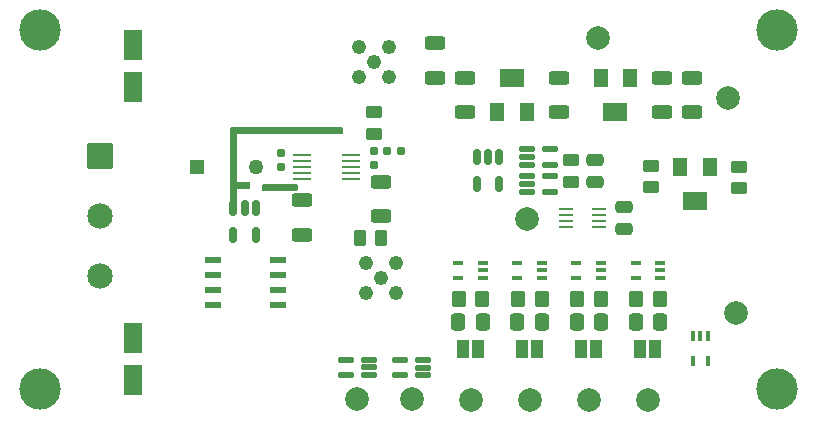
<source format=gts>
G04 #@! TF.GenerationSoftware,KiCad,Pcbnew,8.0.2-8.0.2-0~ubuntu22.04.1*
G04 #@! TF.CreationDate,2024-06-03T16:53:03-05:00*
G04 #@! TF.ProjectId,peak-holder,7065616b-2d68-46f6-9c64-65722e6b6963,rev?*
G04 #@! TF.SameCoordinates,Original*
G04 #@! TF.FileFunction,Soldermask,Top*
G04 #@! TF.FilePolarity,Negative*
%FSLAX46Y46*%
G04 Gerber Fmt 4.6, Leading zero omitted, Abs format (unit mm)*
G04 Created by KiCad (PCBNEW 8.0.2-8.0.2-0~ubuntu22.04.1) date 2024-06-03 16:53:03*
%MOMM*%
%LPD*%
G01*
G04 APERTURE LIST*
G04 Aperture macros list*
%AMRoundRect*
0 Rectangle with rounded corners*
0 $1 Rounding radius*
0 $2 $3 $4 $5 $6 $7 $8 $9 X,Y pos of 4 corners*
0 Add a 4 corners polygon primitive as box body*
4,1,4,$2,$3,$4,$5,$6,$7,$8,$9,$2,$3,0*
0 Add four circle primitives for the rounded corners*
1,1,$1+$1,$2,$3*
1,1,$1+$1,$4,$5*
1,1,$1+$1,$6,$7*
1,1,$1+$1,$8,$9*
0 Add four rect primitives between the rounded corners*
20,1,$1+$1,$2,$3,$4,$5,0*
20,1,$1+$1,$4,$5,$6,$7,0*
20,1,$1+$1,$6,$7,$8,$9,0*
20,1,$1+$1,$8,$9,$2,$3,0*%
G04 Aperture macros list end*
%ADD10RoundRect,0.102000X0.558800X0.177800X-0.558800X0.177800X-0.558800X-0.177800X0.558800X-0.177800X0*%
%ADD11RoundRect,0.102000X-0.558800X-0.177800X0.558800X-0.177800X0.558800X0.177800X-0.558800X0.177800X0*%
%ADD12R,0.355600X0.833300*%
%ADD13RoundRect,0.250000X-0.625000X0.312500X-0.625000X-0.312500X0.625000X-0.312500X0.625000X0.312500X0*%
%ADD14RoundRect,0.250000X-0.337500X-0.475000X0.337500X-0.475000X0.337500X0.475000X-0.337500X0.475000X0*%
%ADD15RoundRect,0.160000X-0.160000X0.197500X-0.160000X-0.197500X0.160000X-0.197500X0.160000X0.197500X0*%
%ADD16R,1.574800X0.279400*%
%ADD17C,3.500000*%
%ADD18RoundRect,0.250000X-0.350000X-0.450000X0.350000X-0.450000X0.350000X0.450000X-0.350000X0.450000X0*%
%ADD19C,2.000000*%
%ADD20RoundRect,0.250000X-0.550000X1.050000X-0.550000X-1.050000X0.550000X-1.050000X0.550000X1.050000X0*%
%ADD21RoundRect,0.102000X-0.975000X0.975000X-0.975000X-0.975000X0.975000X-0.975000X0.975000X0.975000X0*%
%ADD22C,2.154000*%
%ADD23R,0.833300X0.355600*%
%ADD24R,1.460500X0.533400*%
%ADD25RoundRect,0.250000X0.625000X-0.312500X0.625000X0.312500X-0.625000X0.312500X-0.625000X-0.312500X0*%
%ADD26RoundRect,0.250000X0.475000X-0.250000X0.475000X0.250000X-0.475000X0.250000X-0.475000X-0.250000X0*%
%ADD27R,1.000000X1.500000*%
%ADD28RoundRect,0.150000X-0.150000X0.512500X-0.150000X-0.512500X0.150000X-0.512500X0.150000X0.512500X0*%
%ADD29RoundRect,0.250000X-0.262500X-0.450000X0.262500X-0.450000X0.262500X0.450000X-0.262500X0.450000X0*%
%ADD30R,1.300000X1.600000*%
%ADD31R,2.000000X1.600000*%
%ADD32C,1.240000*%
%ADD33RoundRect,0.160000X0.197500X0.160000X-0.197500X0.160000X-0.197500X-0.160000X0.197500X-0.160000X0*%
%ADD34RoundRect,0.250000X0.450000X-0.262500X0.450000X0.262500X-0.450000X0.262500X-0.450000X-0.262500X0*%
%ADD35R,1.270000X1.270000*%
%ADD36C,1.270000*%
%ADD37R,1.168400X0.254000*%
G04 APERTURE END LIST*
D10*
X84615200Y-67981200D03*
X84615200Y-67320800D03*
X84615200Y-66660400D03*
X82684800Y-66660400D03*
X82684800Y-67981200D03*
D11*
X98018750Y-48865400D03*
X98018750Y-49525800D03*
X98018750Y-50186200D03*
X99949150Y-50186200D03*
X99949150Y-48865400D03*
D12*
X113349999Y-64711051D03*
X112700000Y-64711051D03*
X112050001Y-64711051D03*
X112050001Y-66788949D03*
X113349999Y-66788949D03*
D13*
X109480000Y-42797501D03*
X109480000Y-45722501D03*
D14*
X97212500Y-63500000D03*
X99287500Y-63500000D03*
D15*
X85060000Y-49022501D03*
X85060000Y-50217501D03*
D16*
X78964500Y-49370000D03*
X78964500Y-49870002D03*
X78964500Y-50370001D03*
X78964500Y-50870000D03*
X78964500Y-51370002D03*
X83155500Y-51370002D03*
X83155500Y-50870000D03*
X83155500Y-50370001D03*
X83155500Y-49870002D03*
X83155500Y-49370000D03*
D17*
X56800000Y-38800000D03*
D18*
X107250000Y-61500000D03*
X109250000Y-61500000D03*
D15*
X77165600Y-49175001D03*
X77165600Y-50370001D03*
D19*
X108250000Y-70100000D03*
D20*
X64700000Y-40000000D03*
X64700000Y-43600000D03*
D21*
X61900000Y-49420000D03*
D22*
X61900000Y-54500000D03*
X61900000Y-59580000D03*
D11*
X98018750Y-51116700D03*
X98018750Y-51777100D03*
X98018750Y-52437500D03*
X99949150Y-52437500D03*
X99949150Y-51116700D03*
D23*
X104288949Y-59750000D03*
X104288949Y-59100001D03*
X104288949Y-58450002D03*
X102211051Y-58450002D03*
X102211051Y-59750000D03*
D24*
X76921650Y-62025001D03*
X76921650Y-60755001D03*
X76921650Y-59485001D03*
X76921650Y-58215001D03*
X71473350Y-58215001D03*
X71473350Y-59485001D03*
X71473350Y-60755001D03*
X71473350Y-62025001D03*
D25*
X92750000Y-45737501D03*
X92750000Y-42812501D03*
D26*
X106197149Y-55637500D03*
X106197149Y-53737500D03*
D23*
X99288949Y-59750000D03*
X99288949Y-59100001D03*
X99288949Y-58450002D03*
X97211051Y-58450002D03*
X97211051Y-59750000D03*
D13*
X90250000Y-39887501D03*
X90250000Y-42812501D03*
D27*
X98900000Y-65750000D03*
X97600000Y-65750000D03*
D19*
X98000000Y-54750000D03*
D28*
X75060000Y-53845001D03*
X74110000Y-53845001D03*
X73160000Y-53845001D03*
X73160000Y-56120001D03*
X75060000Y-56120001D03*
D17*
X56800000Y-69200000D03*
D29*
X83875000Y-56361250D03*
X85700000Y-56361250D03*
D30*
X113500000Y-50350000D03*
D31*
X112250000Y-53250000D03*
D30*
X111000000Y-50350000D03*
D18*
X102250000Y-61500000D03*
X104250000Y-61500000D03*
D20*
X64700000Y-64800000D03*
X64700000Y-68400000D03*
D27*
X108900000Y-65750000D03*
X107600000Y-65750000D03*
X93900000Y-65750000D03*
X92600000Y-65750000D03*
D32*
X85700000Y-59770000D03*
X86970000Y-61040000D03*
X86970000Y-58500000D03*
X84430000Y-61040000D03*
X84430000Y-58500000D03*
D17*
X119200000Y-38800000D03*
D10*
X89215200Y-68000000D03*
X89215200Y-67339600D03*
X89215200Y-66679200D03*
X87284800Y-66679200D03*
X87284800Y-68000000D03*
D14*
X92212500Y-63500000D03*
X94287500Y-63500000D03*
D13*
X85700000Y-51600000D03*
X85700000Y-54525000D03*
D26*
X103768750Y-51637500D03*
X103768750Y-49737500D03*
D23*
X109288949Y-59750000D03*
X109288949Y-59100001D03*
X109288949Y-58450002D03*
X107211051Y-58450002D03*
X107211051Y-59750000D03*
D14*
X107212500Y-63500000D03*
X109287500Y-63500000D03*
D33*
X86200000Y-49022501D03*
X87395000Y-49022501D03*
D34*
X85060000Y-47562501D03*
X85060000Y-45737501D03*
D25*
X111980000Y-45722501D03*
X111980000Y-42797501D03*
D19*
X104000000Y-39400000D03*
D28*
X95683950Y-49527100D03*
X94733950Y-49527100D03*
X93783950Y-49527100D03*
X93783950Y-51802100D03*
X95683950Y-51802100D03*
D19*
X115700000Y-62700000D03*
X115000000Y-44500000D03*
D34*
X101768750Y-51600000D03*
X101768750Y-49775000D03*
D30*
X95500000Y-45712501D03*
D31*
X96750000Y-42812501D03*
D30*
X98000000Y-45712501D03*
D18*
X92250000Y-61500000D03*
X94250000Y-61500000D03*
D35*
X70060000Y-50370001D03*
D36*
X75060000Y-50370001D03*
D27*
X103900000Y-65750000D03*
X102600000Y-65750000D03*
D19*
X93250000Y-70100000D03*
X88250000Y-69975000D03*
D32*
X85060000Y-41470000D03*
X83790000Y-40200000D03*
X83790000Y-42740000D03*
X86330000Y-40200000D03*
X86330000Y-42740000D03*
D30*
X106750000Y-42822501D03*
D31*
X105500000Y-45722501D03*
D30*
X104250000Y-42822501D03*
D23*
X94288949Y-59750000D03*
X94288949Y-59100001D03*
X94288949Y-58450002D03*
X92211051Y-58450002D03*
X92211051Y-59750000D03*
D19*
X103250000Y-70100000D03*
D17*
X119200000Y-69200000D03*
D19*
X83625000Y-70000000D03*
D14*
X102212500Y-63500000D03*
X104287500Y-63500000D03*
D34*
X116000000Y-52175000D03*
X116000000Y-50350000D03*
D37*
X101363049Y-53937499D03*
X101363049Y-54437500D03*
X101363049Y-54937500D03*
X101363049Y-55437501D03*
X104106249Y-55437501D03*
X104106249Y-54937500D03*
X104106249Y-54437500D03*
X104106249Y-53937499D03*
D18*
X97250000Y-61500000D03*
X99250000Y-61500000D03*
D13*
X78964500Y-53157501D03*
X78964500Y-56082501D03*
D34*
X108500000Y-52087500D03*
X108500000Y-50262500D03*
D13*
X100750000Y-42787501D03*
X100750000Y-45712501D03*
D19*
X98250000Y-70100000D03*
G36*
X73403039Y-51369685D02*
G01*
X73448794Y-51422489D01*
X73460000Y-51474000D01*
X73460000Y-51600000D01*
X74476000Y-51600000D01*
X74543039Y-51619685D01*
X74588794Y-51672489D01*
X74600000Y-51724000D01*
X74600000Y-52076000D01*
X74580315Y-52143039D01*
X74527511Y-52188794D01*
X74476000Y-52200000D01*
X73460000Y-52200000D01*
X73460000Y-52326000D01*
X73440315Y-52393039D01*
X73387511Y-52438794D01*
X73336000Y-52450000D01*
X73012211Y-52450000D01*
X72988018Y-52447617D01*
X72959807Y-52442005D01*
X72897896Y-52409619D01*
X72863323Y-52348903D01*
X72860000Y-52320388D01*
X72860000Y-51479611D01*
X72879685Y-51412572D01*
X72932489Y-51366817D01*
X72959811Y-51357993D01*
X72988022Y-51352382D01*
X73012211Y-51350000D01*
X73336000Y-51350000D01*
X73403039Y-51369685D01*
G37*
G36*
X78543039Y-51819685D02*
G01*
X78588794Y-51872489D01*
X78600000Y-51924000D01*
X78600000Y-52276000D01*
X78580315Y-52343039D01*
X78527511Y-52388794D01*
X78476000Y-52400000D01*
X75724000Y-52400000D01*
X75656961Y-52380315D01*
X75611206Y-52327511D01*
X75600000Y-52276000D01*
X75600000Y-51924000D01*
X75619685Y-51856961D01*
X75672489Y-51811206D01*
X75724000Y-51800000D01*
X78476000Y-51800000D01*
X78543039Y-51819685D01*
G37*
G36*
X73653039Y-47019685D02*
G01*
X73698794Y-47072489D01*
X73710000Y-47124000D01*
X73710000Y-47476000D01*
X73690315Y-47543039D01*
X73637511Y-47588794D01*
X73586000Y-47600000D01*
X73460000Y-47600000D01*
X73460000Y-51600000D01*
X73586000Y-51600000D01*
X73653039Y-51619685D01*
X73698794Y-51672489D01*
X73710000Y-51724000D01*
X73710000Y-52076000D01*
X73690315Y-52143039D01*
X73637511Y-52188794D01*
X73586000Y-52200000D01*
X73460000Y-52200000D01*
X73460000Y-53876000D01*
X73440315Y-53943039D01*
X73387511Y-53988794D01*
X73336000Y-54000000D01*
X72984000Y-54000000D01*
X72916961Y-53980315D01*
X72871206Y-53927511D01*
X72860000Y-53876000D01*
X72860000Y-47124000D01*
X72879685Y-47056961D01*
X72932489Y-47011206D01*
X72984000Y-47000000D01*
X73586000Y-47000000D01*
X73653039Y-47019685D01*
G37*
G36*
X82403039Y-47019685D02*
G01*
X82448794Y-47072489D01*
X82460000Y-47124000D01*
X82460000Y-47476000D01*
X82440315Y-47543039D01*
X82387511Y-47588794D01*
X82336000Y-47600000D01*
X73460000Y-47600000D01*
X73460000Y-47726000D01*
X73440315Y-47793039D01*
X73387511Y-47838794D01*
X73336000Y-47850000D01*
X72984000Y-47850000D01*
X72916961Y-47830315D01*
X72871206Y-47777511D01*
X72860000Y-47726000D01*
X72860000Y-47124000D01*
X72879685Y-47056961D01*
X72932489Y-47011206D01*
X72984000Y-47000000D01*
X82336000Y-47000000D01*
X82403039Y-47019685D01*
G37*
M02*

</source>
